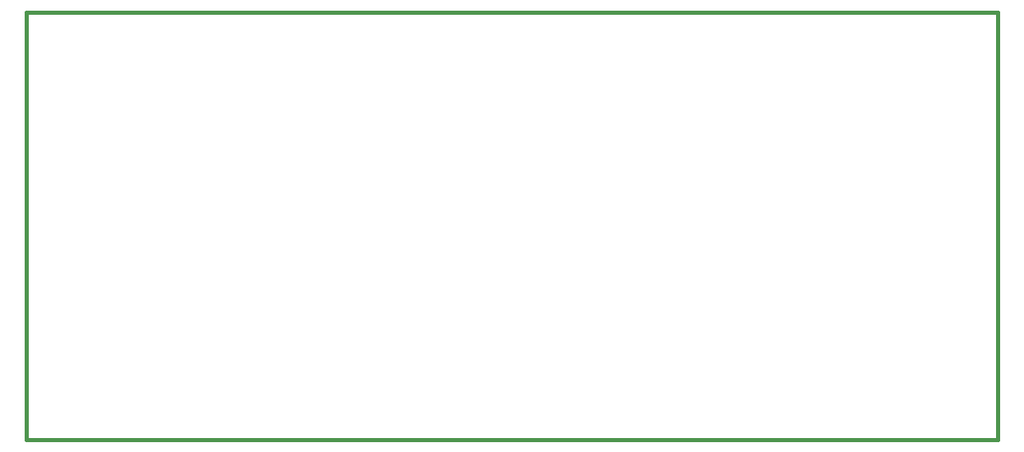
<source format=gbr>
G04 (created by PCBNEW-RS274X (2012-01-19 BZR 3256)-stable) date Sat 12 Jan 2013 18:11:29 GMT*
G01*
G70*
G90*
%MOIN*%
G04 Gerber Fmt 3.4, Leading zero omitted, Abs format*
%FSLAX34Y34*%
G04 APERTURE LIST*
%ADD10C,0.006000*%
%ADD11C,0.015000*%
G04 APERTURE END LIST*
G54D10*
G54D11*
X78740Y-31102D02*
X39370Y-31102D01*
X78740Y-48425D02*
X78740Y-31103D01*
X39370Y-48425D02*
X78740Y-48425D01*
X39370Y-31103D02*
X39370Y-48425D01*
M02*

</source>
